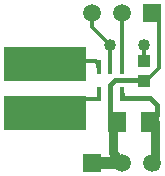
<source format=gbr>
G04 DipTrace 3.0.0.2*
G04 Top.gbr*
%MOIN*%
G04 #@! TF.FileFunction,Copper,L1,Top*
G04 #@! TF.Part,Single*
G04 #@! TA.AperFunction,Conductor*
%ADD13C,0.012992*%
%ADD14C,0.017717*%
%ADD15C,0.03937*%
%ADD16C,0.015748*%
%ADD17C,0.031496*%
%ADD20R,0.03937X0.043307*%
G04 #@! TA.AperFunction,ComponentPad*
%ADD21R,0.059055X0.059055*%
%ADD22C,0.059055*%
%ADD24R,0.017717X0.048031*%
%ADD25R,0.062992X0.070866*%
%ADD26R,0.275591X0.11811*%
G04 #@! TA.AperFunction,ViaPad*
%ADD27C,0.04*%
%FSLAX26Y26*%
G04*
G70*
G90*
G75*
G01*
G04 Top*
%LPD*%
X555433Y610551D2*
D13*
X602677Y657795D1*
X734173D1*
Y676004D1*
X771969D2*
D14*
Y705039D1*
X787717Y720787D1*
X886339D1*
X884469Y718917D1*
X711339Y445197D2*
D15*
X811339D1*
X886339Y720787D2*
D13*
X894016D1*
X933386Y760157D1*
Y923150D1*
X911339Y945197D1*
X771969Y676004D2*
D16*
Y582992D1*
X795591D1*
X811339Y445197D2*
D17*
X779843Y476693D1*
Y582992D1*
X795591D1*
X905827D2*
D16*
X929449Y606614D1*
Y638110D1*
X905827Y661732D1*
X809764D1*
Y676004D1*
X911339Y445197D2*
D17*
X921575Y434961D1*
Y582992D1*
X905827D1*
X809764Y765571D2*
D13*
X811339Y767146D1*
Y945197D1*
X771969Y765571D2*
Y838898D1*
X711339Y899528D1*
Y945197D1*
X771969Y838898D2*
D3*
X884469Y785846D2*
X886142Y787520D1*
Y838898D1*
X734173Y765571D2*
X732598D1*
Y775906D1*
X724724Y783780D1*
X555433D1*
Y775906D1*
D27*
X771969Y838898D3*
X886142D3*
D20*
X884469Y785846D3*
Y718917D3*
D21*
X711339Y445197D3*
D22*
X811339D3*
X911339D3*
D21*
Y945197D3*
D22*
X811339D3*
X711339D3*
D24*
X734173Y676004D3*
X771969D3*
X809764D3*
Y765571D3*
X771969D3*
X734173D3*
D25*
X905827Y582992D3*
X795591D3*
D26*
X555433Y610551D3*
Y775906D3*
M02*

</source>
